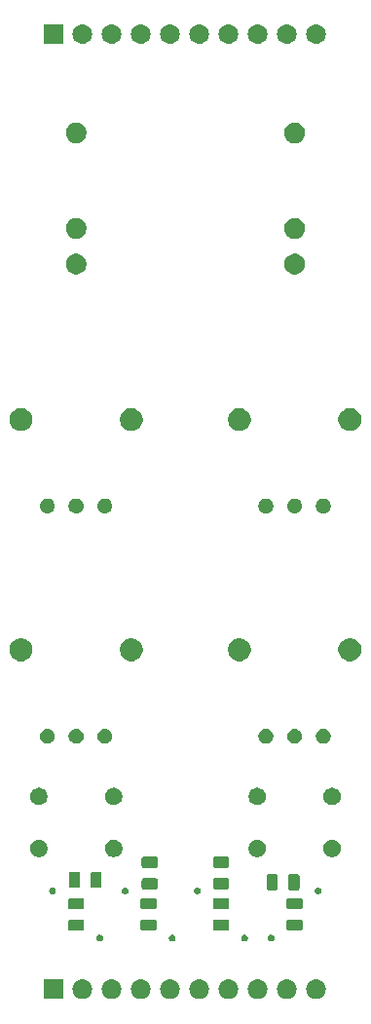
<source format=gbr>
G04 #@! TF.GenerationSoftware,KiCad,Pcbnew,5.0.2+dfsg1-1~bpo9+1*
G04 #@! TF.CreationDate,2019-05-23T15:11:14-07:00*
G04 #@! TF.ProjectId,HW,48572e6b-6963-4616-945f-706362585858,rev?*
G04 #@! TF.SameCoordinates,Original*
G04 #@! TF.FileFunction,Soldermask,Top*
G04 #@! TF.FilePolarity,Negative*
%FSLAX46Y46*%
G04 Gerber Fmt 4.6, Leading zero omitted, Abs format (unit mm)*
G04 Created by KiCad (PCBNEW 5.0.2+dfsg1-1~bpo9+1) date Thu 23 May 2019 03:11:14 PM PDT*
%MOMM*%
%LPD*%
G01*
G04 APERTURE LIST*
%ADD10C,0.100000*%
G04 APERTURE END LIST*
D10*
G36*
X138026630Y-145662299D02*
X138186855Y-145710903D01*
X138334520Y-145789831D01*
X138463949Y-145896051D01*
X138570169Y-146025480D01*
X138649097Y-146173145D01*
X138697701Y-146333370D01*
X138714112Y-146500000D01*
X138697701Y-146666630D01*
X138649097Y-146826855D01*
X138570169Y-146974520D01*
X138463949Y-147103949D01*
X138334520Y-147210169D01*
X138186855Y-147289097D01*
X138026630Y-147337701D01*
X137901752Y-147350000D01*
X137818248Y-147350000D01*
X137693370Y-147337701D01*
X137533145Y-147289097D01*
X137385480Y-147210169D01*
X137256051Y-147103949D01*
X137149831Y-146974520D01*
X137070903Y-146826855D01*
X137022299Y-146666630D01*
X137005888Y-146500000D01*
X137022299Y-146333370D01*
X137070903Y-146173145D01*
X137149831Y-146025480D01*
X137256051Y-145896051D01*
X137385480Y-145789831D01*
X137533145Y-145710903D01*
X137693370Y-145662299D01*
X137818248Y-145650000D01*
X137901752Y-145650000D01*
X138026630Y-145662299D01*
X138026630Y-145662299D01*
G37*
G36*
X120246630Y-145662299D02*
X120406855Y-145710903D01*
X120554520Y-145789831D01*
X120683949Y-145896051D01*
X120790169Y-146025480D01*
X120869097Y-146173145D01*
X120917701Y-146333370D01*
X120934112Y-146500000D01*
X120917701Y-146666630D01*
X120869097Y-146826855D01*
X120790169Y-146974520D01*
X120683949Y-147103949D01*
X120554520Y-147210169D01*
X120406855Y-147289097D01*
X120246630Y-147337701D01*
X120121752Y-147350000D01*
X120038248Y-147350000D01*
X119913370Y-147337701D01*
X119753145Y-147289097D01*
X119605480Y-147210169D01*
X119476051Y-147103949D01*
X119369831Y-146974520D01*
X119290903Y-146826855D01*
X119242299Y-146666630D01*
X119225888Y-146500000D01*
X119242299Y-146333370D01*
X119290903Y-146173145D01*
X119369831Y-146025480D01*
X119476051Y-145896051D01*
X119605480Y-145789831D01*
X119753145Y-145710903D01*
X119913370Y-145662299D01*
X120038248Y-145650000D01*
X120121752Y-145650000D01*
X120246630Y-145662299D01*
X120246630Y-145662299D01*
G37*
G36*
X115850000Y-147350000D02*
X114150000Y-147350000D01*
X114150000Y-145650000D01*
X115850000Y-145650000D01*
X115850000Y-147350000D01*
X115850000Y-147350000D01*
G37*
G36*
X117706630Y-145662299D02*
X117866855Y-145710903D01*
X118014520Y-145789831D01*
X118143949Y-145896051D01*
X118250169Y-146025480D01*
X118329097Y-146173145D01*
X118377701Y-146333370D01*
X118394112Y-146500000D01*
X118377701Y-146666630D01*
X118329097Y-146826855D01*
X118250169Y-146974520D01*
X118143949Y-147103949D01*
X118014520Y-147210169D01*
X117866855Y-147289097D01*
X117706630Y-147337701D01*
X117581752Y-147350000D01*
X117498248Y-147350000D01*
X117373370Y-147337701D01*
X117213145Y-147289097D01*
X117065480Y-147210169D01*
X116936051Y-147103949D01*
X116829831Y-146974520D01*
X116750903Y-146826855D01*
X116702299Y-146666630D01*
X116685888Y-146500000D01*
X116702299Y-146333370D01*
X116750903Y-146173145D01*
X116829831Y-146025480D01*
X116936051Y-145896051D01*
X117065480Y-145789831D01*
X117213145Y-145710903D01*
X117373370Y-145662299D01*
X117498248Y-145650000D01*
X117581752Y-145650000D01*
X117706630Y-145662299D01*
X117706630Y-145662299D01*
G37*
G36*
X122786630Y-145662299D02*
X122946855Y-145710903D01*
X123094520Y-145789831D01*
X123223949Y-145896051D01*
X123330169Y-146025480D01*
X123409097Y-146173145D01*
X123457701Y-146333370D01*
X123474112Y-146500000D01*
X123457701Y-146666630D01*
X123409097Y-146826855D01*
X123330169Y-146974520D01*
X123223949Y-147103949D01*
X123094520Y-147210169D01*
X122946855Y-147289097D01*
X122786630Y-147337701D01*
X122661752Y-147350000D01*
X122578248Y-147350000D01*
X122453370Y-147337701D01*
X122293145Y-147289097D01*
X122145480Y-147210169D01*
X122016051Y-147103949D01*
X121909831Y-146974520D01*
X121830903Y-146826855D01*
X121782299Y-146666630D01*
X121765888Y-146500000D01*
X121782299Y-146333370D01*
X121830903Y-146173145D01*
X121909831Y-146025480D01*
X122016051Y-145896051D01*
X122145480Y-145789831D01*
X122293145Y-145710903D01*
X122453370Y-145662299D01*
X122578248Y-145650000D01*
X122661752Y-145650000D01*
X122786630Y-145662299D01*
X122786630Y-145662299D01*
G37*
G36*
X125326630Y-145662299D02*
X125486855Y-145710903D01*
X125634520Y-145789831D01*
X125763949Y-145896051D01*
X125870169Y-146025480D01*
X125949097Y-146173145D01*
X125997701Y-146333370D01*
X126014112Y-146500000D01*
X125997701Y-146666630D01*
X125949097Y-146826855D01*
X125870169Y-146974520D01*
X125763949Y-147103949D01*
X125634520Y-147210169D01*
X125486855Y-147289097D01*
X125326630Y-147337701D01*
X125201752Y-147350000D01*
X125118248Y-147350000D01*
X124993370Y-147337701D01*
X124833145Y-147289097D01*
X124685480Y-147210169D01*
X124556051Y-147103949D01*
X124449831Y-146974520D01*
X124370903Y-146826855D01*
X124322299Y-146666630D01*
X124305888Y-146500000D01*
X124322299Y-146333370D01*
X124370903Y-146173145D01*
X124449831Y-146025480D01*
X124556051Y-145896051D01*
X124685480Y-145789831D01*
X124833145Y-145710903D01*
X124993370Y-145662299D01*
X125118248Y-145650000D01*
X125201752Y-145650000D01*
X125326630Y-145662299D01*
X125326630Y-145662299D01*
G37*
G36*
X130406630Y-145662299D02*
X130566855Y-145710903D01*
X130714520Y-145789831D01*
X130843949Y-145896051D01*
X130950169Y-146025480D01*
X131029097Y-146173145D01*
X131077701Y-146333370D01*
X131094112Y-146500000D01*
X131077701Y-146666630D01*
X131029097Y-146826855D01*
X130950169Y-146974520D01*
X130843949Y-147103949D01*
X130714520Y-147210169D01*
X130566855Y-147289097D01*
X130406630Y-147337701D01*
X130281752Y-147350000D01*
X130198248Y-147350000D01*
X130073370Y-147337701D01*
X129913145Y-147289097D01*
X129765480Y-147210169D01*
X129636051Y-147103949D01*
X129529831Y-146974520D01*
X129450903Y-146826855D01*
X129402299Y-146666630D01*
X129385888Y-146500000D01*
X129402299Y-146333370D01*
X129450903Y-146173145D01*
X129529831Y-146025480D01*
X129636051Y-145896051D01*
X129765480Y-145789831D01*
X129913145Y-145710903D01*
X130073370Y-145662299D01*
X130198248Y-145650000D01*
X130281752Y-145650000D01*
X130406630Y-145662299D01*
X130406630Y-145662299D01*
G37*
G36*
X127866630Y-145662299D02*
X128026855Y-145710903D01*
X128174520Y-145789831D01*
X128303949Y-145896051D01*
X128410169Y-146025480D01*
X128489097Y-146173145D01*
X128537701Y-146333370D01*
X128554112Y-146500000D01*
X128537701Y-146666630D01*
X128489097Y-146826855D01*
X128410169Y-146974520D01*
X128303949Y-147103949D01*
X128174520Y-147210169D01*
X128026855Y-147289097D01*
X127866630Y-147337701D01*
X127741752Y-147350000D01*
X127658248Y-147350000D01*
X127533370Y-147337701D01*
X127373145Y-147289097D01*
X127225480Y-147210169D01*
X127096051Y-147103949D01*
X126989831Y-146974520D01*
X126910903Y-146826855D01*
X126862299Y-146666630D01*
X126845888Y-146500000D01*
X126862299Y-146333370D01*
X126910903Y-146173145D01*
X126989831Y-146025480D01*
X127096051Y-145896051D01*
X127225480Y-145789831D01*
X127373145Y-145710903D01*
X127533370Y-145662299D01*
X127658248Y-145650000D01*
X127741752Y-145650000D01*
X127866630Y-145662299D01*
X127866630Y-145662299D01*
G37*
G36*
X135486630Y-145662299D02*
X135646855Y-145710903D01*
X135794520Y-145789831D01*
X135923949Y-145896051D01*
X136030169Y-146025480D01*
X136109097Y-146173145D01*
X136157701Y-146333370D01*
X136174112Y-146500000D01*
X136157701Y-146666630D01*
X136109097Y-146826855D01*
X136030169Y-146974520D01*
X135923949Y-147103949D01*
X135794520Y-147210169D01*
X135646855Y-147289097D01*
X135486630Y-147337701D01*
X135361752Y-147350000D01*
X135278248Y-147350000D01*
X135153370Y-147337701D01*
X134993145Y-147289097D01*
X134845480Y-147210169D01*
X134716051Y-147103949D01*
X134609831Y-146974520D01*
X134530903Y-146826855D01*
X134482299Y-146666630D01*
X134465888Y-146500000D01*
X134482299Y-146333370D01*
X134530903Y-146173145D01*
X134609831Y-146025480D01*
X134716051Y-145896051D01*
X134845480Y-145789831D01*
X134993145Y-145710903D01*
X135153370Y-145662299D01*
X135278248Y-145650000D01*
X135361752Y-145650000D01*
X135486630Y-145662299D01*
X135486630Y-145662299D01*
G37*
G36*
X132946630Y-145662299D02*
X133106855Y-145710903D01*
X133254520Y-145789831D01*
X133383949Y-145896051D01*
X133490169Y-146025480D01*
X133569097Y-146173145D01*
X133617701Y-146333370D01*
X133634112Y-146500000D01*
X133617701Y-146666630D01*
X133569097Y-146826855D01*
X133490169Y-146974520D01*
X133383949Y-147103949D01*
X133254520Y-147210169D01*
X133106855Y-147289097D01*
X132946630Y-147337701D01*
X132821752Y-147350000D01*
X132738248Y-147350000D01*
X132613370Y-147337701D01*
X132453145Y-147289097D01*
X132305480Y-147210169D01*
X132176051Y-147103949D01*
X132069831Y-146974520D01*
X131990903Y-146826855D01*
X131942299Y-146666630D01*
X131925888Y-146500000D01*
X131942299Y-146333370D01*
X131990903Y-146173145D01*
X132069831Y-146025480D01*
X132176051Y-145896051D01*
X132305480Y-145789831D01*
X132453145Y-145710903D01*
X132613370Y-145662299D01*
X132738248Y-145650000D01*
X132821752Y-145650000D01*
X132946630Y-145662299D01*
X132946630Y-145662299D01*
G37*
G36*
X125437507Y-141761528D02*
X125492103Y-141784143D01*
X125541239Y-141816974D01*
X125583026Y-141858761D01*
X125615857Y-141907897D01*
X125638472Y-141962493D01*
X125650000Y-142020453D01*
X125650000Y-142079547D01*
X125638472Y-142137507D01*
X125615857Y-142192103D01*
X125583026Y-142241239D01*
X125541239Y-142283026D01*
X125492103Y-142315857D01*
X125437507Y-142338472D01*
X125379547Y-142350000D01*
X125320453Y-142350000D01*
X125262493Y-142338472D01*
X125207897Y-142315857D01*
X125158761Y-142283026D01*
X125116974Y-142241239D01*
X125084143Y-142192103D01*
X125061528Y-142137507D01*
X125050000Y-142079547D01*
X125050000Y-142020453D01*
X125061528Y-141962493D01*
X125084143Y-141907897D01*
X125116974Y-141858761D01*
X125158761Y-141816974D01*
X125207897Y-141784143D01*
X125262493Y-141761528D01*
X125320453Y-141750000D01*
X125379547Y-141750000D01*
X125437507Y-141761528D01*
X125437507Y-141761528D01*
G37*
G36*
X134037507Y-141761528D02*
X134092103Y-141784143D01*
X134141239Y-141816974D01*
X134183026Y-141858761D01*
X134215857Y-141907897D01*
X134238472Y-141962493D01*
X134250000Y-142020453D01*
X134250000Y-142079547D01*
X134238472Y-142137507D01*
X134215857Y-142192103D01*
X134183026Y-142241239D01*
X134141239Y-142283026D01*
X134092103Y-142315857D01*
X134037507Y-142338472D01*
X133979547Y-142350000D01*
X133920453Y-142350000D01*
X133862493Y-142338472D01*
X133807897Y-142315857D01*
X133758761Y-142283026D01*
X133716974Y-142241239D01*
X133684143Y-142192103D01*
X133661528Y-142137507D01*
X133650000Y-142079547D01*
X133650000Y-142020453D01*
X133661528Y-141962493D01*
X133684143Y-141907897D01*
X133716974Y-141858761D01*
X133758761Y-141816974D01*
X133807897Y-141784143D01*
X133862493Y-141761528D01*
X133920453Y-141750000D01*
X133979547Y-141750000D01*
X134037507Y-141761528D01*
X134037507Y-141761528D01*
G37*
G36*
X119137507Y-141761528D02*
X119192103Y-141784143D01*
X119241239Y-141816974D01*
X119283026Y-141858761D01*
X119315857Y-141907897D01*
X119338472Y-141962493D01*
X119350000Y-142020453D01*
X119350000Y-142079547D01*
X119338472Y-142137507D01*
X119315857Y-142192103D01*
X119283026Y-142241239D01*
X119241239Y-142283026D01*
X119192103Y-142315857D01*
X119137507Y-142338472D01*
X119079547Y-142350000D01*
X119020453Y-142350000D01*
X118962493Y-142338472D01*
X118907897Y-142315857D01*
X118858761Y-142283026D01*
X118816974Y-142241239D01*
X118784143Y-142192103D01*
X118761528Y-142137507D01*
X118750000Y-142079547D01*
X118750000Y-142020453D01*
X118761528Y-141962493D01*
X118784143Y-141907897D01*
X118816974Y-141858761D01*
X118858761Y-141816974D01*
X118907897Y-141784143D01*
X118962493Y-141761528D01*
X119020453Y-141750000D01*
X119079547Y-141750000D01*
X119137507Y-141761528D01*
X119137507Y-141761528D01*
G37*
G36*
X131737507Y-141761528D02*
X131792103Y-141784143D01*
X131841239Y-141816974D01*
X131883026Y-141858761D01*
X131915857Y-141907897D01*
X131938472Y-141962493D01*
X131950000Y-142020453D01*
X131950000Y-142079547D01*
X131938472Y-142137507D01*
X131915857Y-142192103D01*
X131883026Y-142241239D01*
X131841239Y-142283026D01*
X131792103Y-142315857D01*
X131737507Y-142338472D01*
X131679547Y-142350000D01*
X131620453Y-142350000D01*
X131562493Y-142338472D01*
X131507897Y-142315857D01*
X131458761Y-142283026D01*
X131416974Y-142241239D01*
X131384143Y-142192103D01*
X131361528Y-142137507D01*
X131350000Y-142079547D01*
X131350000Y-142020453D01*
X131361528Y-141962493D01*
X131384143Y-141907897D01*
X131416974Y-141858761D01*
X131458761Y-141816974D01*
X131507897Y-141784143D01*
X131562493Y-141761528D01*
X131620453Y-141750000D01*
X131679547Y-141750000D01*
X131737507Y-141761528D01*
X131737507Y-141761528D01*
G37*
G36*
X136553992Y-140454076D02*
X136587883Y-140464357D01*
X136619111Y-140481048D01*
X136646485Y-140503515D01*
X136668952Y-140530889D01*
X136685643Y-140562117D01*
X136695924Y-140596008D01*
X136700000Y-140637391D01*
X136700000Y-141237609D01*
X136695924Y-141278992D01*
X136685643Y-141312883D01*
X136668952Y-141344111D01*
X136646485Y-141371485D01*
X136619111Y-141393952D01*
X136587883Y-141410643D01*
X136553992Y-141420924D01*
X136512609Y-141425000D01*
X135487391Y-141425000D01*
X135446008Y-141420924D01*
X135412117Y-141410643D01*
X135380889Y-141393952D01*
X135353515Y-141371485D01*
X135331048Y-141344111D01*
X135314357Y-141312883D01*
X135304076Y-141278992D01*
X135300000Y-141237609D01*
X135300000Y-140637391D01*
X135304076Y-140596008D01*
X135314357Y-140562117D01*
X135331048Y-140530889D01*
X135353515Y-140503515D01*
X135380889Y-140481048D01*
X135412117Y-140464357D01*
X135446008Y-140454076D01*
X135487391Y-140450000D01*
X136512609Y-140450000D01*
X136553992Y-140454076D01*
X136553992Y-140454076D01*
G37*
G36*
X117553992Y-140454076D02*
X117587883Y-140464357D01*
X117619111Y-140481048D01*
X117646485Y-140503515D01*
X117668952Y-140530889D01*
X117685643Y-140562117D01*
X117695924Y-140596008D01*
X117700000Y-140637391D01*
X117700000Y-141237609D01*
X117695924Y-141278992D01*
X117685643Y-141312883D01*
X117668952Y-141344111D01*
X117646485Y-141371485D01*
X117619111Y-141393952D01*
X117587883Y-141410643D01*
X117553992Y-141420924D01*
X117512609Y-141425000D01*
X116487391Y-141425000D01*
X116446008Y-141420924D01*
X116412117Y-141410643D01*
X116380889Y-141393952D01*
X116353515Y-141371485D01*
X116331048Y-141344111D01*
X116314357Y-141312883D01*
X116304076Y-141278992D01*
X116300000Y-141237609D01*
X116300000Y-140637391D01*
X116304076Y-140596008D01*
X116314357Y-140562117D01*
X116331048Y-140530889D01*
X116353515Y-140503515D01*
X116380889Y-140481048D01*
X116412117Y-140464357D01*
X116446008Y-140454076D01*
X116487391Y-140450000D01*
X117512609Y-140450000D01*
X117553992Y-140454076D01*
X117553992Y-140454076D01*
G37*
G36*
X130153992Y-140454076D02*
X130187883Y-140464357D01*
X130219111Y-140481048D01*
X130246485Y-140503515D01*
X130268952Y-140530889D01*
X130285643Y-140562117D01*
X130295924Y-140596008D01*
X130300000Y-140637391D01*
X130300000Y-141237609D01*
X130295924Y-141278992D01*
X130285643Y-141312883D01*
X130268952Y-141344111D01*
X130246485Y-141371485D01*
X130219111Y-141393952D01*
X130187883Y-141410643D01*
X130153992Y-141420924D01*
X130112609Y-141425000D01*
X129087391Y-141425000D01*
X129046008Y-141420924D01*
X129012117Y-141410643D01*
X128980889Y-141393952D01*
X128953515Y-141371485D01*
X128931048Y-141344111D01*
X128914357Y-141312883D01*
X128904076Y-141278992D01*
X128900000Y-141237609D01*
X128900000Y-140637391D01*
X128904076Y-140596008D01*
X128914357Y-140562117D01*
X128931048Y-140530889D01*
X128953515Y-140503515D01*
X128980889Y-140481048D01*
X129012117Y-140464357D01*
X129046008Y-140454076D01*
X129087391Y-140450000D01*
X130112609Y-140450000D01*
X130153992Y-140454076D01*
X130153992Y-140454076D01*
G37*
G36*
X123853992Y-140454076D02*
X123887883Y-140464357D01*
X123919111Y-140481048D01*
X123946485Y-140503515D01*
X123968952Y-140530889D01*
X123985643Y-140562117D01*
X123995924Y-140596008D01*
X124000000Y-140637391D01*
X124000000Y-141237609D01*
X123995924Y-141278992D01*
X123985643Y-141312883D01*
X123968952Y-141344111D01*
X123946485Y-141371485D01*
X123919111Y-141393952D01*
X123887883Y-141410643D01*
X123853992Y-141420924D01*
X123812609Y-141425000D01*
X122787391Y-141425000D01*
X122746008Y-141420924D01*
X122712117Y-141410643D01*
X122680889Y-141393952D01*
X122653515Y-141371485D01*
X122631048Y-141344111D01*
X122614357Y-141312883D01*
X122604076Y-141278992D01*
X122600000Y-141237609D01*
X122600000Y-140637391D01*
X122604076Y-140596008D01*
X122614357Y-140562117D01*
X122631048Y-140530889D01*
X122653515Y-140503515D01*
X122680889Y-140481048D01*
X122712117Y-140464357D01*
X122746008Y-140454076D01*
X122787391Y-140450000D01*
X123812609Y-140450000D01*
X123853992Y-140454076D01*
X123853992Y-140454076D01*
G37*
G36*
X123853992Y-138579076D02*
X123887883Y-138589357D01*
X123919111Y-138606048D01*
X123946485Y-138628515D01*
X123968952Y-138655889D01*
X123985643Y-138687117D01*
X123995924Y-138721008D01*
X124000000Y-138762391D01*
X124000000Y-139362609D01*
X123995924Y-139403992D01*
X123985643Y-139437883D01*
X123968952Y-139469111D01*
X123946485Y-139496485D01*
X123919111Y-139518952D01*
X123887883Y-139535643D01*
X123853992Y-139545924D01*
X123812609Y-139550000D01*
X122787391Y-139550000D01*
X122746008Y-139545924D01*
X122712117Y-139535643D01*
X122680889Y-139518952D01*
X122653515Y-139496485D01*
X122631048Y-139469111D01*
X122614357Y-139437883D01*
X122604076Y-139403992D01*
X122600000Y-139362609D01*
X122600000Y-138762391D01*
X122604076Y-138721008D01*
X122614357Y-138687117D01*
X122631048Y-138655889D01*
X122653515Y-138628515D01*
X122680889Y-138606048D01*
X122712117Y-138589357D01*
X122746008Y-138579076D01*
X122787391Y-138575000D01*
X123812609Y-138575000D01*
X123853992Y-138579076D01*
X123853992Y-138579076D01*
G37*
G36*
X136553992Y-138579076D02*
X136587883Y-138589357D01*
X136619111Y-138606048D01*
X136646485Y-138628515D01*
X136668952Y-138655889D01*
X136685643Y-138687117D01*
X136695924Y-138721008D01*
X136700000Y-138762391D01*
X136700000Y-139362609D01*
X136695924Y-139403992D01*
X136685643Y-139437883D01*
X136668952Y-139469111D01*
X136646485Y-139496485D01*
X136619111Y-139518952D01*
X136587883Y-139535643D01*
X136553992Y-139545924D01*
X136512609Y-139550000D01*
X135487391Y-139550000D01*
X135446008Y-139545924D01*
X135412117Y-139535643D01*
X135380889Y-139518952D01*
X135353515Y-139496485D01*
X135331048Y-139469111D01*
X135314357Y-139437883D01*
X135304076Y-139403992D01*
X135300000Y-139362609D01*
X135300000Y-138762391D01*
X135304076Y-138721008D01*
X135314357Y-138687117D01*
X135331048Y-138655889D01*
X135353515Y-138628515D01*
X135380889Y-138606048D01*
X135412117Y-138589357D01*
X135446008Y-138579076D01*
X135487391Y-138575000D01*
X136512609Y-138575000D01*
X136553992Y-138579076D01*
X136553992Y-138579076D01*
G37*
G36*
X130153992Y-138579076D02*
X130187883Y-138589357D01*
X130219111Y-138606048D01*
X130246485Y-138628515D01*
X130268952Y-138655889D01*
X130285643Y-138687117D01*
X130295924Y-138721008D01*
X130300000Y-138762391D01*
X130300000Y-139362609D01*
X130295924Y-139403992D01*
X130285643Y-139437883D01*
X130268952Y-139469111D01*
X130246485Y-139496485D01*
X130219111Y-139518952D01*
X130187883Y-139535643D01*
X130153992Y-139545924D01*
X130112609Y-139550000D01*
X129087391Y-139550000D01*
X129046008Y-139545924D01*
X129012117Y-139535643D01*
X128980889Y-139518952D01*
X128953515Y-139496485D01*
X128931048Y-139469111D01*
X128914357Y-139437883D01*
X128904076Y-139403992D01*
X128900000Y-139362609D01*
X128900000Y-138762391D01*
X128904076Y-138721008D01*
X128914357Y-138687117D01*
X128931048Y-138655889D01*
X128953515Y-138628515D01*
X128980889Y-138606048D01*
X129012117Y-138589357D01*
X129046008Y-138579076D01*
X129087391Y-138575000D01*
X130112609Y-138575000D01*
X130153992Y-138579076D01*
X130153992Y-138579076D01*
G37*
G36*
X117553992Y-138579076D02*
X117587883Y-138589357D01*
X117619111Y-138606048D01*
X117646485Y-138628515D01*
X117668952Y-138655889D01*
X117685643Y-138687117D01*
X117695924Y-138721008D01*
X117700000Y-138762391D01*
X117700000Y-139362609D01*
X117695924Y-139403992D01*
X117685643Y-139437883D01*
X117668952Y-139469111D01*
X117646485Y-139496485D01*
X117619111Y-139518952D01*
X117587883Y-139535643D01*
X117553992Y-139545924D01*
X117512609Y-139550000D01*
X116487391Y-139550000D01*
X116446008Y-139545924D01*
X116412117Y-139535643D01*
X116380889Y-139518952D01*
X116353515Y-139496485D01*
X116331048Y-139469111D01*
X116314357Y-139437883D01*
X116304076Y-139403992D01*
X116300000Y-139362609D01*
X116300000Y-138762391D01*
X116304076Y-138721008D01*
X116314357Y-138687117D01*
X116331048Y-138655889D01*
X116353515Y-138628515D01*
X116380889Y-138606048D01*
X116412117Y-138589357D01*
X116446008Y-138579076D01*
X116487391Y-138575000D01*
X117512609Y-138575000D01*
X117553992Y-138579076D01*
X117553992Y-138579076D01*
G37*
G36*
X121337507Y-137661528D02*
X121392103Y-137684143D01*
X121441239Y-137716974D01*
X121483026Y-137758761D01*
X121515857Y-137807897D01*
X121538472Y-137862493D01*
X121550000Y-137920453D01*
X121550000Y-137979547D01*
X121538472Y-138037507D01*
X121515857Y-138092103D01*
X121483026Y-138141239D01*
X121441239Y-138183026D01*
X121392103Y-138215857D01*
X121337507Y-138238472D01*
X121279547Y-138250000D01*
X121220453Y-138250000D01*
X121162493Y-138238472D01*
X121107897Y-138215857D01*
X121058761Y-138183026D01*
X121016974Y-138141239D01*
X120984143Y-138092103D01*
X120961528Y-138037507D01*
X120950000Y-137979547D01*
X120950000Y-137920453D01*
X120961528Y-137862493D01*
X120984143Y-137807897D01*
X121016974Y-137758761D01*
X121058761Y-137716974D01*
X121107897Y-137684143D01*
X121162493Y-137661528D01*
X121220453Y-137650000D01*
X121279547Y-137650000D01*
X121337507Y-137661528D01*
X121337507Y-137661528D01*
G37*
G36*
X115037507Y-137661528D02*
X115092103Y-137684143D01*
X115141239Y-137716974D01*
X115183026Y-137758761D01*
X115215857Y-137807897D01*
X115238472Y-137862493D01*
X115250000Y-137920453D01*
X115250000Y-137979547D01*
X115238472Y-138037507D01*
X115215857Y-138092103D01*
X115183026Y-138141239D01*
X115141239Y-138183026D01*
X115092103Y-138215857D01*
X115037507Y-138238472D01*
X114979547Y-138250000D01*
X114920453Y-138250000D01*
X114862493Y-138238472D01*
X114807897Y-138215857D01*
X114758761Y-138183026D01*
X114716974Y-138141239D01*
X114684143Y-138092103D01*
X114661528Y-138037507D01*
X114650000Y-137979547D01*
X114650000Y-137920453D01*
X114661528Y-137862493D01*
X114684143Y-137807897D01*
X114716974Y-137758761D01*
X114758761Y-137716974D01*
X114807897Y-137684143D01*
X114862493Y-137661528D01*
X114920453Y-137650000D01*
X114979547Y-137650000D01*
X115037507Y-137661528D01*
X115037507Y-137661528D01*
G37*
G36*
X138137507Y-137661528D02*
X138192103Y-137684143D01*
X138241239Y-137716974D01*
X138283026Y-137758761D01*
X138315857Y-137807897D01*
X138338472Y-137862493D01*
X138350000Y-137920453D01*
X138350000Y-137979547D01*
X138338472Y-138037507D01*
X138315857Y-138092103D01*
X138283026Y-138141239D01*
X138241239Y-138183026D01*
X138192103Y-138215857D01*
X138137507Y-138238472D01*
X138079547Y-138250000D01*
X138020453Y-138250000D01*
X137962493Y-138238472D01*
X137907897Y-138215857D01*
X137858761Y-138183026D01*
X137816974Y-138141239D01*
X137784143Y-138092103D01*
X137761528Y-138037507D01*
X137750000Y-137979547D01*
X137750000Y-137920453D01*
X137761528Y-137862493D01*
X137784143Y-137807897D01*
X137816974Y-137758761D01*
X137858761Y-137716974D01*
X137907897Y-137684143D01*
X137962493Y-137661528D01*
X138020453Y-137650000D01*
X138079547Y-137650000D01*
X138137507Y-137661528D01*
X138137507Y-137661528D01*
G37*
G36*
X127637507Y-137661528D02*
X127692103Y-137684143D01*
X127741239Y-137716974D01*
X127783026Y-137758761D01*
X127815857Y-137807897D01*
X127838472Y-137862493D01*
X127850000Y-137920453D01*
X127850000Y-137979547D01*
X127838472Y-138037507D01*
X127815857Y-138092103D01*
X127783026Y-138141239D01*
X127741239Y-138183026D01*
X127692103Y-138215857D01*
X127637507Y-138238472D01*
X127579547Y-138250000D01*
X127520453Y-138250000D01*
X127462493Y-138238472D01*
X127407897Y-138215857D01*
X127358761Y-138183026D01*
X127316974Y-138141239D01*
X127284143Y-138092103D01*
X127261528Y-138037507D01*
X127250000Y-137979547D01*
X127250000Y-137920453D01*
X127261528Y-137862493D01*
X127284143Y-137807897D01*
X127316974Y-137758761D01*
X127358761Y-137716974D01*
X127407897Y-137684143D01*
X127462493Y-137661528D01*
X127520453Y-137650000D01*
X127579547Y-137650000D01*
X127637507Y-137661528D01*
X127637507Y-137661528D01*
G37*
G36*
X136278992Y-136504076D02*
X136312883Y-136514357D01*
X136344111Y-136531048D01*
X136371485Y-136553515D01*
X136393952Y-136580889D01*
X136410643Y-136612117D01*
X136420924Y-136646008D01*
X136425000Y-136687391D01*
X136425000Y-137712609D01*
X136420924Y-137753992D01*
X136410643Y-137787883D01*
X136393952Y-137819111D01*
X136371485Y-137846485D01*
X136344111Y-137868952D01*
X136312883Y-137885643D01*
X136278992Y-137895924D01*
X136237609Y-137900000D01*
X135637391Y-137900000D01*
X135596008Y-137895924D01*
X135562117Y-137885643D01*
X135530889Y-137868952D01*
X135503515Y-137846485D01*
X135481048Y-137819111D01*
X135464357Y-137787883D01*
X135454076Y-137753992D01*
X135450000Y-137712609D01*
X135450000Y-136687391D01*
X135454076Y-136646008D01*
X135464357Y-136612117D01*
X135481048Y-136580889D01*
X135503515Y-136553515D01*
X135530889Y-136531048D01*
X135562117Y-136514357D01*
X135596008Y-136504076D01*
X135637391Y-136500000D01*
X136237609Y-136500000D01*
X136278992Y-136504076D01*
X136278992Y-136504076D01*
G37*
G36*
X134403992Y-136504076D02*
X134437883Y-136514357D01*
X134469111Y-136531048D01*
X134496485Y-136553515D01*
X134518952Y-136580889D01*
X134535643Y-136612117D01*
X134545924Y-136646008D01*
X134550000Y-136687391D01*
X134550000Y-137712609D01*
X134545924Y-137753992D01*
X134535643Y-137787883D01*
X134518952Y-137819111D01*
X134496485Y-137846485D01*
X134469111Y-137868952D01*
X134437883Y-137885643D01*
X134403992Y-137895924D01*
X134362609Y-137900000D01*
X133762391Y-137900000D01*
X133721008Y-137895924D01*
X133687117Y-137885643D01*
X133655889Y-137868952D01*
X133628515Y-137846485D01*
X133606048Y-137819111D01*
X133589357Y-137787883D01*
X133579076Y-137753992D01*
X133575000Y-137712609D01*
X133575000Y-136687391D01*
X133579076Y-136646008D01*
X133589357Y-136612117D01*
X133606048Y-136580889D01*
X133628515Y-136553515D01*
X133655889Y-136531048D01*
X133687117Y-136514357D01*
X133721008Y-136504076D01*
X133762391Y-136500000D01*
X134362609Y-136500000D01*
X134403992Y-136504076D01*
X134403992Y-136504076D01*
G37*
G36*
X123953992Y-136854076D02*
X123987883Y-136864357D01*
X124019111Y-136881048D01*
X124046485Y-136903515D01*
X124068952Y-136930889D01*
X124085643Y-136962117D01*
X124095924Y-136996008D01*
X124100000Y-137037391D01*
X124100000Y-137637609D01*
X124095924Y-137678992D01*
X124085643Y-137712883D01*
X124068952Y-137744111D01*
X124046485Y-137771485D01*
X124019111Y-137793952D01*
X123987883Y-137810643D01*
X123953992Y-137820924D01*
X123912609Y-137825000D01*
X122887391Y-137825000D01*
X122846008Y-137820924D01*
X122812117Y-137810643D01*
X122780889Y-137793952D01*
X122753515Y-137771485D01*
X122731048Y-137744111D01*
X122714357Y-137712883D01*
X122704076Y-137678992D01*
X122700000Y-137637609D01*
X122700000Y-137037391D01*
X122704076Y-136996008D01*
X122714357Y-136962117D01*
X122731048Y-136930889D01*
X122753515Y-136903515D01*
X122780889Y-136881048D01*
X122812117Y-136864357D01*
X122846008Y-136854076D01*
X122887391Y-136850000D01*
X123912609Y-136850000D01*
X123953992Y-136854076D01*
X123953992Y-136854076D01*
G37*
G36*
X130153992Y-136854076D02*
X130187883Y-136864357D01*
X130219111Y-136881048D01*
X130246485Y-136903515D01*
X130268952Y-136930889D01*
X130285643Y-136962117D01*
X130295924Y-136996008D01*
X130300000Y-137037391D01*
X130300000Y-137637609D01*
X130295924Y-137678992D01*
X130285643Y-137712883D01*
X130268952Y-137744111D01*
X130246485Y-137771485D01*
X130219111Y-137793952D01*
X130187883Y-137810643D01*
X130153992Y-137820924D01*
X130112609Y-137825000D01*
X129087391Y-137825000D01*
X129046008Y-137820924D01*
X129012117Y-137810643D01*
X128980889Y-137793952D01*
X128953515Y-137771485D01*
X128931048Y-137744111D01*
X128914357Y-137712883D01*
X128904076Y-137678992D01*
X128900000Y-137637609D01*
X128900000Y-137037391D01*
X128904076Y-136996008D01*
X128914357Y-136962117D01*
X128931048Y-136930889D01*
X128953515Y-136903515D01*
X128980889Y-136881048D01*
X129012117Y-136864357D01*
X129046008Y-136854076D01*
X129087391Y-136850000D01*
X130112609Y-136850000D01*
X130153992Y-136854076D01*
X130153992Y-136854076D01*
G37*
G36*
X117203992Y-136304076D02*
X117237883Y-136314357D01*
X117269111Y-136331048D01*
X117296485Y-136353515D01*
X117318952Y-136380889D01*
X117335643Y-136412117D01*
X117345924Y-136446008D01*
X117350000Y-136487391D01*
X117350000Y-137512609D01*
X117345924Y-137553992D01*
X117335643Y-137587883D01*
X117318952Y-137619111D01*
X117296485Y-137646485D01*
X117269111Y-137668952D01*
X117237883Y-137685643D01*
X117203992Y-137695924D01*
X117162609Y-137700000D01*
X116562391Y-137700000D01*
X116521008Y-137695924D01*
X116487117Y-137685643D01*
X116455889Y-137668952D01*
X116428515Y-137646485D01*
X116406048Y-137619111D01*
X116389357Y-137587883D01*
X116379076Y-137553992D01*
X116375000Y-137512609D01*
X116375000Y-136487391D01*
X116379076Y-136446008D01*
X116389357Y-136412117D01*
X116406048Y-136380889D01*
X116428515Y-136353515D01*
X116455889Y-136331048D01*
X116487117Y-136314357D01*
X116521008Y-136304076D01*
X116562391Y-136300000D01*
X117162609Y-136300000D01*
X117203992Y-136304076D01*
X117203992Y-136304076D01*
G37*
G36*
X119078992Y-136304076D02*
X119112883Y-136314357D01*
X119144111Y-136331048D01*
X119171485Y-136353515D01*
X119193952Y-136380889D01*
X119210643Y-136412117D01*
X119220924Y-136446008D01*
X119225000Y-136487391D01*
X119225000Y-137512609D01*
X119220924Y-137553992D01*
X119210643Y-137587883D01*
X119193952Y-137619111D01*
X119171485Y-137646485D01*
X119144111Y-137668952D01*
X119112883Y-137685643D01*
X119078992Y-137695924D01*
X119037609Y-137700000D01*
X118437391Y-137700000D01*
X118396008Y-137695924D01*
X118362117Y-137685643D01*
X118330889Y-137668952D01*
X118303515Y-137646485D01*
X118281048Y-137619111D01*
X118264357Y-137587883D01*
X118254076Y-137553992D01*
X118250000Y-137512609D01*
X118250000Y-136487391D01*
X118254076Y-136446008D01*
X118264357Y-136412117D01*
X118281048Y-136380889D01*
X118303515Y-136353515D01*
X118330889Y-136331048D01*
X118362117Y-136314357D01*
X118396008Y-136304076D01*
X118437391Y-136300000D01*
X119037609Y-136300000D01*
X119078992Y-136304076D01*
X119078992Y-136304076D01*
G37*
G36*
X123953992Y-134979076D02*
X123987883Y-134989357D01*
X124019111Y-135006048D01*
X124046485Y-135028515D01*
X124068952Y-135055889D01*
X124085643Y-135087117D01*
X124095924Y-135121008D01*
X124100000Y-135162391D01*
X124100000Y-135762609D01*
X124095924Y-135803992D01*
X124085643Y-135837883D01*
X124068952Y-135869111D01*
X124046485Y-135896485D01*
X124019111Y-135918952D01*
X123987883Y-135935643D01*
X123953992Y-135945924D01*
X123912609Y-135950000D01*
X122887391Y-135950000D01*
X122846008Y-135945924D01*
X122812117Y-135935643D01*
X122780889Y-135918952D01*
X122753515Y-135896485D01*
X122731048Y-135869111D01*
X122714357Y-135837883D01*
X122704076Y-135803992D01*
X122700000Y-135762609D01*
X122700000Y-135162391D01*
X122704076Y-135121008D01*
X122714357Y-135087117D01*
X122731048Y-135055889D01*
X122753515Y-135028515D01*
X122780889Y-135006048D01*
X122812117Y-134989357D01*
X122846008Y-134979076D01*
X122887391Y-134975000D01*
X123912609Y-134975000D01*
X123953992Y-134979076D01*
X123953992Y-134979076D01*
G37*
G36*
X130153992Y-134979076D02*
X130187883Y-134989357D01*
X130219111Y-135006048D01*
X130246485Y-135028515D01*
X130268952Y-135055889D01*
X130285643Y-135087117D01*
X130295924Y-135121008D01*
X130300000Y-135162391D01*
X130300000Y-135762609D01*
X130295924Y-135803992D01*
X130285643Y-135837883D01*
X130268952Y-135869111D01*
X130246485Y-135896485D01*
X130219111Y-135918952D01*
X130187883Y-135935643D01*
X130153992Y-135945924D01*
X130112609Y-135950000D01*
X129087391Y-135950000D01*
X129046008Y-135945924D01*
X129012117Y-135935643D01*
X128980889Y-135918952D01*
X128953515Y-135896485D01*
X128931048Y-135869111D01*
X128914357Y-135837883D01*
X128904076Y-135803992D01*
X128900000Y-135762609D01*
X128900000Y-135162391D01*
X128904076Y-135121008D01*
X128914357Y-135087117D01*
X128931048Y-135055889D01*
X128953515Y-135028515D01*
X128980889Y-135006048D01*
X129012117Y-134989357D01*
X129046008Y-134979076D01*
X129087391Y-134975000D01*
X130112609Y-134975000D01*
X130153992Y-134979076D01*
X130153992Y-134979076D01*
G37*
G36*
X120423195Y-133507522D02*
X120472267Y-133517283D01*
X120610942Y-133574724D01*
X120735750Y-133658118D01*
X120841882Y-133764250D01*
X120925276Y-133889058D01*
X120982717Y-134027734D01*
X121012000Y-134174948D01*
X121012000Y-134325052D01*
X120982717Y-134472266D01*
X120925276Y-134610942D01*
X120841882Y-134735750D01*
X120735750Y-134841882D01*
X120735747Y-134841884D01*
X120610942Y-134925276D01*
X120472267Y-134982717D01*
X120438885Y-134989357D01*
X120325052Y-135012000D01*
X120174948Y-135012000D01*
X120061115Y-134989357D01*
X120027733Y-134982717D01*
X119889058Y-134925276D01*
X119764253Y-134841884D01*
X119764250Y-134841882D01*
X119658118Y-134735750D01*
X119574724Y-134610942D01*
X119517283Y-134472266D01*
X119488000Y-134325052D01*
X119488000Y-134174948D01*
X119517283Y-134027734D01*
X119574724Y-133889058D01*
X119658118Y-133764250D01*
X119764250Y-133658118D01*
X119889058Y-133574724D01*
X120027733Y-133517283D01*
X120076805Y-133507522D01*
X120174948Y-133488000D01*
X120325052Y-133488000D01*
X120423195Y-133507522D01*
X120423195Y-133507522D01*
G37*
G36*
X113923195Y-133507522D02*
X113972267Y-133517283D01*
X114110942Y-133574724D01*
X114235750Y-133658118D01*
X114341882Y-133764250D01*
X114425276Y-133889058D01*
X114482717Y-134027734D01*
X114512000Y-134174948D01*
X114512000Y-134325052D01*
X114482717Y-134472266D01*
X114425276Y-134610942D01*
X114341882Y-134735750D01*
X114235750Y-134841882D01*
X114235747Y-134841884D01*
X114110942Y-134925276D01*
X113972267Y-134982717D01*
X113938885Y-134989357D01*
X113825052Y-135012000D01*
X113674948Y-135012000D01*
X113561115Y-134989357D01*
X113527733Y-134982717D01*
X113389058Y-134925276D01*
X113264253Y-134841884D01*
X113264250Y-134841882D01*
X113158118Y-134735750D01*
X113074724Y-134610942D01*
X113017283Y-134472266D01*
X112988000Y-134325052D01*
X112988000Y-134174948D01*
X113017283Y-134027734D01*
X113074724Y-133889058D01*
X113158118Y-133764250D01*
X113264250Y-133658118D01*
X113389058Y-133574724D01*
X113527733Y-133517283D01*
X113576805Y-133507522D01*
X113674948Y-133488000D01*
X113825052Y-133488000D01*
X113923195Y-133507522D01*
X113923195Y-133507522D01*
G37*
G36*
X139423195Y-133507522D02*
X139472267Y-133517283D01*
X139610942Y-133574724D01*
X139735750Y-133658118D01*
X139841882Y-133764250D01*
X139925276Y-133889058D01*
X139982717Y-134027734D01*
X140012000Y-134174948D01*
X140012000Y-134325052D01*
X139982717Y-134472266D01*
X139925276Y-134610942D01*
X139841882Y-134735750D01*
X139735750Y-134841882D01*
X139735747Y-134841884D01*
X139610942Y-134925276D01*
X139472267Y-134982717D01*
X139438885Y-134989357D01*
X139325052Y-135012000D01*
X139174948Y-135012000D01*
X139061115Y-134989357D01*
X139027733Y-134982717D01*
X138889058Y-134925276D01*
X138764253Y-134841884D01*
X138764250Y-134841882D01*
X138658118Y-134735750D01*
X138574724Y-134610942D01*
X138517283Y-134472266D01*
X138488000Y-134325052D01*
X138488000Y-134174948D01*
X138517283Y-134027734D01*
X138574724Y-133889058D01*
X138658118Y-133764250D01*
X138764250Y-133658118D01*
X138889058Y-133574724D01*
X139027733Y-133517283D01*
X139076805Y-133507522D01*
X139174948Y-133488000D01*
X139325052Y-133488000D01*
X139423195Y-133507522D01*
X139423195Y-133507522D01*
G37*
G36*
X132923195Y-133507522D02*
X132972267Y-133517283D01*
X133110942Y-133574724D01*
X133235750Y-133658118D01*
X133341882Y-133764250D01*
X133425276Y-133889058D01*
X133482717Y-134027734D01*
X133512000Y-134174948D01*
X133512000Y-134325052D01*
X133482717Y-134472266D01*
X133425276Y-134610942D01*
X133341882Y-134735750D01*
X133235750Y-134841882D01*
X133235747Y-134841884D01*
X133110942Y-134925276D01*
X132972267Y-134982717D01*
X132938885Y-134989357D01*
X132825052Y-135012000D01*
X132674948Y-135012000D01*
X132561115Y-134989357D01*
X132527733Y-134982717D01*
X132389058Y-134925276D01*
X132264253Y-134841884D01*
X132264250Y-134841882D01*
X132158118Y-134735750D01*
X132074724Y-134610942D01*
X132017283Y-134472266D01*
X131988000Y-134325052D01*
X131988000Y-134174948D01*
X132017283Y-134027734D01*
X132074724Y-133889058D01*
X132158118Y-133764250D01*
X132264250Y-133658118D01*
X132389058Y-133574724D01*
X132527733Y-133517283D01*
X132576805Y-133507522D01*
X132674948Y-133488000D01*
X132825052Y-133488000D01*
X132923195Y-133507522D01*
X132923195Y-133507522D01*
G37*
G36*
X120423195Y-129007522D02*
X120472267Y-129017283D01*
X120610942Y-129074724D01*
X120735750Y-129158118D01*
X120841882Y-129264250D01*
X120925276Y-129389058D01*
X120982717Y-129527734D01*
X121012000Y-129674948D01*
X121012000Y-129825052D01*
X120982717Y-129972266D01*
X120925276Y-130110942D01*
X120841882Y-130235750D01*
X120735750Y-130341882D01*
X120735747Y-130341884D01*
X120610942Y-130425276D01*
X120472267Y-130482717D01*
X120423195Y-130492478D01*
X120325052Y-130512000D01*
X120174948Y-130512000D01*
X120076805Y-130492478D01*
X120027733Y-130482717D01*
X119889058Y-130425276D01*
X119764253Y-130341884D01*
X119764250Y-130341882D01*
X119658118Y-130235750D01*
X119574724Y-130110942D01*
X119517283Y-129972266D01*
X119488000Y-129825052D01*
X119488000Y-129674948D01*
X119517283Y-129527734D01*
X119574724Y-129389058D01*
X119658118Y-129264250D01*
X119764250Y-129158118D01*
X119889058Y-129074724D01*
X120027733Y-129017283D01*
X120076805Y-129007522D01*
X120174948Y-128988000D01*
X120325052Y-128988000D01*
X120423195Y-129007522D01*
X120423195Y-129007522D01*
G37*
G36*
X139423195Y-129007522D02*
X139472267Y-129017283D01*
X139610942Y-129074724D01*
X139735750Y-129158118D01*
X139841882Y-129264250D01*
X139925276Y-129389058D01*
X139982717Y-129527734D01*
X140012000Y-129674948D01*
X140012000Y-129825052D01*
X139982717Y-129972266D01*
X139925276Y-130110942D01*
X139841882Y-130235750D01*
X139735750Y-130341882D01*
X139735747Y-130341884D01*
X139610942Y-130425276D01*
X139472267Y-130482717D01*
X139423195Y-130492478D01*
X139325052Y-130512000D01*
X139174948Y-130512000D01*
X139076805Y-130492478D01*
X139027733Y-130482717D01*
X138889058Y-130425276D01*
X138764253Y-130341884D01*
X138764250Y-130341882D01*
X138658118Y-130235750D01*
X138574724Y-130110942D01*
X138517283Y-129972266D01*
X138488000Y-129825052D01*
X138488000Y-129674948D01*
X138517283Y-129527734D01*
X138574724Y-129389058D01*
X138658118Y-129264250D01*
X138764250Y-129158118D01*
X138889058Y-129074724D01*
X139027733Y-129017283D01*
X139076805Y-129007522D01*
X139174948Y-128988000D01*
X139325052Y-128988000D01*
X139423195Y-129007522D01*
X139423195Y-129007522D01*
G37*
G36*
X132923195Y-129007522D02*
X132972267Y-129017283D01*
X133110942Y-129074724D01*
X133235750Y-129158118D01*
X133341882Y-129264250D01*
X133425276Y-129389058D01*
X133482717Y-129527734D01*
X133512000Y-129674948D01*
X133512000Y-129825052D01*
X133482717Y-129972266D01*
X133425276Y-130110942D01*
X133341882Y-130235750D01*
X133235750Y-130341882D01*
X133235747Y-130341884D01*
X133110942Y-130425276D01*
X132972267Y-130482717D01*
X132923195Y-130492478D01*
X132825052Y-130512000D01*
X132674948Y-130512000D01*
X132576805Y-130492478D01*
X132527733Y-130482717D01*
X132389058Y-130425276D01*
X132264253Y-130341884D01*
X132264250Y-130341882D01*
X132158118Y-130235750D01*
X132074724Y-130110942D01*
X132017283Y-129972266D01*
X131988000Y-129825052D01*
X131988000Y-129674948D01*
X132017283Y-129527734D01*
X132074724Y-129389058D01*
X132158118Y-129264250D01*
X132264250Y-129158118D01*
X132389058Y-129074724D01*
X132527733Y-129017283D01*
X132576805Y-129007522D01*
X132674948Y-128988000D01*
X132825052Y-128988000D01*
X132923195Y-129007522D01*
X132923195Y-129007522D01*
G37*
G36*
X113923195Y-129007522D02*
X113972267Y-129017283D01*
X114110942Y-129074724D01*
X114235750Y-129158118D01*
X114341882Y-129264250D01*
X114425276Y-129389058D01*
X114482717Y-129527734D01*
X114512000Y-129674948D01*
X114512000Y-129825052D01*
X114482717Y-129972266D01*
X114425276Y-130110942D01*
X114341882Y-130235750D01*
X114235750Y-130341882D01*
X114235747Y-130341884D01*
X114110942Y-130425276D01*
X113972267Y-130482717D01*
X113923195Y-130492478D01*
X113825052Y-130512000D01*
X113674948Y-130512000D01*
X113576805Y-130492478D01*
X113527733Y-130482717D01*
X113389058Y-130425276D01*
X113264253Y-130341884D01*
X113264250Y-130341882D01*
X113158118Y-130235750D01*
X113074724Y-130110942D01*
X113017283Y-129972266D01*
X112988000Y-129825052D01*
X112988000Y-129674948D01*
X113017283Y-129527734D01*
X113074724Y-129389058D01*
X113158118Y-129264250D01*
X113264250Y-129158118D01*
X113389058Y-129074724D01*
X113527733Y-129017283D01*
X113576805Y-129007522D01*
X113674948Y-128988000D01*
X113825052Y-128988000D01*
X113923195Y-129007522D01*
X113923195Y-129007522D01*
G37*
G36*
X136147738Y-123866653D02*
X136189598Y-123874979D01*
X136224245Y-123889330D01*
X136307890Y-123923977D01*
X136414354Y-123995114D01*
X136504886Y-124085646D01*
X136576023Y-124192110D01*
X136625021Y-124310403D01*
X136650000Y-124435979D01*
X136650000Y-124564021D01*
X136625021Y-124689597D01*
X136576023Y-124807890D01*
X136504886Y-124914354D01*
X136414354Y-125004886D01*
X136307890Y-125076023D01*
X136224245Y-125110670D01*
X136189598Y-125125021D01*
X136147738Y-125133347D01*
X136064021Y-125150000D01*
X135935979Y-125150000D01*
X135852262Y-125133347D01*
X135810402Y-125125021D01*
X135775755Y-125110670D01*
X135692110Y-125076023D01*
X135585646Y-125004886D01*
X135495114Y-124914354D01*
X135423977Y-124807890D01*
X135374979Y-124689597D01*
X135350000Y-124564021D01*
X135350000Y-124435979D01*
X135374979Y-124310403D01*
X135423977Y-124192110D01*
X135495114Y-124085646D01*
X135585646Y-123995114D01*
X135692110Y-123923977D01*
X135775755Y-123889330D01*
X135810402Y-123874979D01*
X135852262Y-123866653D01*
X135935979Y-123850000D01*
X136064021Y-123850000D01*
X136147738Y-123866653D01*
X136147738Y-123866653D01*
G37*
G36*
X133647738Y-123866653D02*
X133689598Y-123874979D01*
X133724245Y-123889330D01*
X133807890Y-123923977D01*
X133914354Y-123995114D01*
X134004886Y-124085646D01*
X134076023Y-124192110D01*
X134125021Y-124310403D01*
X134150000Y-124435979D01*
X134150000Y-124564021D01*
X134125021Y-124689597D01*
X134076023Y-124807890D01*
X134004886Y-124914354D01*
X133914354Y-125004886D01*
X133807890Y-125076023D01*
X133724245Y-125110670D01*
X133689598Y-125125021D01*
X133647738Y-125133347D01*
X133564021Y-125150000D01*
X133435979Y-125150000D01*
X133352262Y-125133347D01*
X133310402Y-125125021D01*
X133275755Y-125110670D01*
X133192110Y-125076023D01*
X133085646Y-125004886D01*
X132995114Y-124914354D01*
X132923977Y-124807890D01*
X132874979Y-124689597D01*
X132850000Y-124564021D01*
X132850000Y-124435979D01*
X132874979Y-124310403D01*
X132923977Y-124192110D01*
X132995114Y-124085646D01*
X133085646Y-123995114D01*
X133192110Y-123923977D01*
X133275755Y-123889330D01*
X133310402Y-123874979D01*
X133352262Y-123866653D01*
X133435979Y-123850000D01*
X133564021Y-123850000D01*
X133647738Y-123866653D01*
X133647738Y-123866653D01*
G37*
G36*
X119647738Y-123866653D02*
X119689598Y-123874979D01*
X119724245Y-123889330D01*
X119807890Y-123923977D01*
X119914354Y-123995114D01*
X120004886Y-124085646D01*
X120076023Y-124192110D01*
X120125021Y-124310403D01*
X120150000Y-124435979D01*
X120150000Y-124564021D01*
X120125021Y-124689597D01*
X120076023Y-124807890D01*
X120004886Y-124914354D01*
X119914354Y-125004886D01*
X119807890Y-125076023D01*
X119724245Y-125110670D01*
X119689598Y-125125021D01*
X119647738Y-125133347D01*
X119564021Y-125150000D01*
X119435979Y-125150000D01*
X119352262Y-125133347D01*
X119310402Y-125125021D01*
X119275755Y-125110670D01*
X119192110Y-125076023D01*
X119085646Y-125004886D01*
X118995114Y-124914354D01*
X118923977Y-124807890D01*
X118874979Y-124689597D01*
X118850000Y-124564021D01*
X118850000Y-124435979D01*
X118874979Y-124310403D01*
X118923977Y-124192110D01*
X118995114Y-124085646D01*
X119085646Y-123995114D01*
X119192110Y-123923977D01*
X119275755Y-123889330D01*
X119310402Y-123874979D01*
X119352262Y-123866653D01*
X119435979Y-123850000D01*
X119564021Y-123850000D01*
X119647738Y-123866653D01*
X119647738Y-123866653D01*
G37*
G36*
X117147738Y-123866653D02*
X117189598Y-123874979D01*
X117224245Y-123889330D01*
X117307890Y-123923977D01*
X117414354Y-123995114D01*
X117504886Y-124085646D01*
X117576023Y-124192110D01*
X117625021Y-124310403D01*
X117650000Y-124435979D01*
X117650000Y-124564021D01*
X117625021Y-124689597D01*
X117576023Y-124807890D01*
X117504886Y-124914354D01*
X117414354Y-125004886D01*
X117307890Y-125076023D01*
X117224245Y-125110670D01*
X117189598Y-125125021D01*
X117147738Y-125133347D01*
X117064021Y-125150000D01*
X116935979Y-125150000D01*
X116852262Y-125133347D01*
X116810402Y-125125021D01*
X116775755Y-125110670D01*
X116692110Y-125076023D01*
X116585646Y-125004886D01*
X116495114Y-124914354D01*
X116423977Y-124807890D01*
X116374979Y-124689597D01*
X116350000Y-124564021D01*
X116350000Y-124435979D01*
X116374979Y-124310403D01*
X116423977Y-124192110D01*
X116495114Y-124085646D01*
X116585646Y-123995114D01*
X116692110Y-123923977D01*
X116775755Y-123889330D01*
X116810402Y-123874979D01*
X116852262Y-123866653D01*
X116935979Y-123850000D01*
X117064021Y-123850000D01*
X117147738Y-123866653D01*
X117147738Y-123866653D01*
G37*
G36*
X114647738Y-123866653D02*
X114689598Y-123874979D01*
X114724245Y-123889330D01*
X114807890Y-123923977D01*
X114914354Y-123995114D01*
X115004886Y-124085646D01*
X115076023Y-124192110D01*
X115125021Y-124310403D01*
X115150000Y-124435979D01*
X115150000Y-124564021D01*
X115125021Y-124689597D01*
X115076023Y-124807890D01*
X115004886Y-124914354D01*
X114914354Y-125004886D01*
X114807890Y-125076023D01*
X114724245Y-125110670D01*
X114689598Y-125125021D01*
X114647738Y-125133347D01*
X114564021Y-125150000D01*
X114435979Y-125150000D01*
X114352262Y-125133347D01*
X114310402Y-125125021D01*
X114275755Y-125110670D01*
X114192110Y-125076023D01*
X114085646Y-125004886D01*
X113995114Y-124914354D01*
X113923977Y-124807890D01*
X113874979Y-124689597D01*
X113850000Y-124564021D01*
X113850000Y-124435979D01*
X113874979Y-124310403D01*
X113923977Y-124192110D01*
X113995114Y-124085646D01*
X114085646Y-123995114D01*
X114192110Y-123923977D01*
X114275755Y-123889330D01*
X114310402Y-123874979D01*
X114352262Y-123866653D01*
X114435979Y-123850000D01*
X114564021Y-123850000D01*
X114647738Y-123866653D01*
X114647738Y-123866653D01*
G37*
G36*
X138647738Y-123866653D02*
X138689598Y-123874979D01*
X138724245Y-123889330D01*
X138807890Y-123923977D01*
X138914354Y-123995114D01*
X139004886Y-124085646D01*
X139076023Y-124192110D01*
X139125021Y-124310403D01*
X139150000Y-124435979D01*
X139150000Y-124564021D01*
X139125021Y-124689597D01*
X139076023Y-124807890D01*
X139004886Y-124914354D01*
X138914354Y-125004886D01*
X138807890Y-125076023D01*
X138724245Y-125110670D01*
X138689598Y-125125021D01*
X138647738Y-125133347D01*
X138564021Y-125150000D01*
X138435979Y-125150000D01*
X138352262Y-125133347D01*
X138310402Y-125125021D01*
X138275755Y-125110670D01*
X138192110Y-125076023D01*
X138085646Y-125004886D01*
X137995114Y-124914354D01*
X137923977Y-124807890D01*
X137874979Y-124689597D01*
X137850000Y-124564021D01*
X137850000Y-124435979D01*
X137874979Y-124310403D01*
X137923977Y-124192110D01*
X137995114Y-124085646D01*
X138085646Y-123995114D01*
X138192110Y-123923977D01*
X138275755Y-123889330D01*
X138310402Y-123874979D01*
X138352262Y-123866653D01*
X138435979Y-123850000D01*
X138564021Y-123850000D01*
X138647738Y-123866653D01*
X138647738Y-123866653D01*
G37*
G36*
X121975770Y-116015372D02*
X122091689Y-116038429D01*
X122273678Y-116113811D01*
X122437463Y-116223249D01*
X122576751Y-116362537D01*
X122686189Y-116526322D01*
X122761571Y-116708311D01*
X122800000Y-116901509D01*
X122800000Y-117098491D01*
X122761571Y-117291689D01*
X122686189Y-117473678D01*
X122576751Y-117637463D01*
X122437463Y-117776751D01*
X122273678Y-117886189D01*
X122091689Y-117961571D01*
X121975770Y-117984628D01*
X121898493Y-118000000D01*
X121701507Y-118000000D01*
X121624230Y-117984628D01*
X121508311Y-117961571D01*
X121326322Y-117886189D01*
X121162537Y-117776751D01*
X121023249Y-117637463D01*
X120913811Y-117473678D01*
X120838429Y-117291689D01*
X120800000Y-117098491D01*
X120800000Y-116901509D01*
X120838429Y-116708311D01*
X120913811Y-116526322D01*
X121023249Y-116362537D01*
X121162537Y-116223249D01*
X121326322Y-116113811D01*
X121508311Y-116038429D01*
X121624230Y-116015372D01*
X121701507Y-116000000D01*
X121898493Y-116000000D01*
X121975770Y-116015372D01*
X121975770Y-116015372D01*
G37*
G36*
X112375770Y-116015372D02*
X112491689Y-116038429D01*
X112673678Y-116113811D01*
X112837463Y-116223249D01*
X112976751Y-116362537D01*
X113086189Y-116526322D01*
X113161571Y-116708311D01*
X113200000Y-116901509D01*
X113200000Y-117098491D01*
X113161571Y-117291689D01*
X113086189Y-117473678D01*
X112976751Y-117637463D01*
X112837463Y-117776751D01*
X112673678Y-117886189D01*
X112491689Y-117961571D01*
X112375770Y-117984628D01*
X112298493Y-118000000D01*
X112101507Y-118000000D01*
X112024230Y-117984628D01*
X111908311Y-117961571D01*
X111726322Y-117886189D01*
X111562537Y-117776751D01*
X111423249Y-117637463D01*
X111313811Y-117473678D01*
X111238429Y-117291689D01*
X111200000Y-117098491D01*
X111200000Y-116901509D01*
X111238429Y-116708311D01*
X111313811Y-116526322D01*
X111423249Y-116362537D01*
X111562537Y-116223249D01*
X111726322Y-116113811D01*
X111908311Y-116038429D01*
X112024230Y-116015372D01*
X112101507Y-116000000D01*
X112298493Y-116000000D01*
X112375770Y-116015372D01*
X112375770Y-116015372D01*
G37*
G36*
X140975770Y-116015372D02*
X141091689Y-116038429D01*
X141273678Y-116113811D01*
X141437463Y-116223249D01*
X141576751Y-116362537D01*
X141686189Y-116526322D01*
X141761571Y-116708311D01*
X141800000Y-116901509D01*
X141800000Y-117098491D01*
X141761571Y-117291689D01*
X141686189Y-117473678D01*
X141576751Y-117637463D01*
X141437463Y-117776751D01*
X141273678Y-117886189D01*
X141091689Y-117961571D01*
X140975770Y-117984628D01*
X140898493Y-118000000D01*
X140701507Y-118000000D01*
X140624230Y-117984628D01*
X140508311Y-117961571D01*
X140326322Y-117886189D01*
X140162537Y-117776751D01*
X140023249Y-117637463D01*
X139913811Y-117473678D01*
X139838429Y-117291689D01*
X139800000Y-117098491D01*
X139800000Y-116901509D01*
X139838429Y-116708311D01*
X139913811Y-116526322D01*
X140023249Y-116362537D01*
X140162537Y-116223249D01*
X140326322Y-116113811D01*
X140508311Y-116038429D01*
X140624230Y-116015372D01*
X140701507Y-116000000D01*
X140898493Y-116000000D01*
X140975770Y-116015372D01*
X140975770Y-116015372D01*
G37*
G36*
X131375770Y-116015372D02*
X131491689Y-116038429D01*
X131673678Y-116113811D01*
X131837463Y-116223249D01*
X131976751Y-116362537D01*
X132086189Y-116526322D01*
X132161571Y-116708311D01*
X132200000Y-116901509D01*
X132200000Y-117098491D01*
X132161571Y-117291689D01*
X132086189Y-117473678D01*
X131976751Y-117637463D01*
X131837463Y-117776751D01*
X131673678Y-117886189D01*
X131491689Y-117961571D01*
X131375770Y-117984628D01*
X131298493Y-118000000D01*
X131101507Y-118000000D01*
X131024230Y-117984628D01*
X130908311Y-117961571D01*
X130726322Y-117886189D01*
X130562537Y-117776751D01*
X130423249Y-117637463D01*
X130313811Y-117473678D01*
X130238429Y-117291689D01*
X130200000Y-117098491D01*
X130200000Y-116901509D01*
X130238429Y-116708311D01*
X130313811Y-116526322D01*
X130423249Y-116362537D01*
X130562537Y-116223249D01*
X130726322Y-116113811D01*
X130908311Y-116038429D01*
X131024230Y-116015372D01*
X131101507Y-116000000D01*
X131298493Y-116000000D01*
X131375770Y-116015372D01*
X131375770Y-116015372D01*
G37*
G36*
X133647738Y-103866653D02*
X133689598Y-103874979D01*
X133724245Y-103889330D01*
X133807890Y-103923977D01*
X133914354Y-103995114D01*
X134004886Y-104085646D01*
X134076023Y-104192110D01*
X134125021Y-104310403D01*
X134150000Y-104435979D01*
X134150000Y-104564021D01*
X134125021Y-104689597D01*
X134076023Y-104807890D01*
X134004886Y-104914354D01*
X133914354Y-105004886D01*
X133807890Y-105076023D01*
X133724245Y-105110670D01*
X133689598Y-105125021D01*
X133647738Y-105133347D01*
X133564021Y-105150000D01*
X133435979Y-105150000D01*
X133352262Y-105133347D01*
X133310402Y-105125021D01*
X133275755Y-105110670D01*
X133192110Y-105076023D01*
X133085646Y-105004886D01*
X132995114Y-104914354D01*
X132923977Y-104807890D01*
X132874979Y-104689597D01*
X132850000Y-104564021D01*
X132850000Y-104435979D01*
X132874979Y-104310403D01*
X132923977Y-104192110D01*
X132995114Y-104085646D01*
X133085646Y-103995114D01*
X133192110Y-103923977D01*
X133275755Y-103889330D01*
X133310402Y-103874979D01*
X133352262Y-103866653D01*
X133435979Y-103850000D01*
X133564021Y-103850000D01*
X133647738Y-103866653D01*
X133647738Y-103866653D01*
G37*
G36*
X136147738Y-103866653D02*
X136189598Y-103874979D01*
X136224245Y-103889330D01*
X136307890Y-103923977D01*
X136414354Y-103995114D01*
X136504886Y-104085646D01*
X136576023Y-104192110D01*
X136625021Y-104310403D01*
X136650000Y-104435979D01*
X136650000Y-104564021D01*
X136625021Y-104689597D01*
X136576023Y-104807890D01*
X136504886Y-104914354D01*
X136414354Y-105004886D01*
X136307890Y-105076023D01*
X136224245Y-105110670D01*
X136189598Y-105125021D01*
X136147738Y-105133347D01*
X136064021Y-105150000D01*
X135935979Y-105150000D01*
X135852262Y-105133347D01*
X135810402Y-105125021D01*
X135775755Y-105110670D01*
X135692110Y-105076023D01*
X135585646Y-105004886D01*
X135495114Y-104914354D01*
X135423977Y-104807890D01*
X135374979Y-104689597D01*
X135350000Y-104564021D01*
X135350000Y-104435979D01*
X135374979Y-104310403D01*
X135423977Y-104192110D01*
X135495114Y-104085646D01*
X135585646Y-103995114D01*
X135692110Y-103923977D01*
X135775755Y-103889330D01*
X135810402Y-103874979D01*
X135852262Y-103866653D01*
X135935979Y-103850000D01*
X136064021Y-103850000D01*
X136147738Y-103866653D01*
X136147738Y-103866653D01*
G37*
G36*
X138647738Y-103866653D02*
X138689598Y-103874979D01*
X138724245Y-103889330D01*
X138807890Y-103923977D01*
X138914354Y-103995114D01*
X139004886Y-104085646D01*
X139076023Y-104192110D01*
X139125021Y-104310403D01*
X139150000Y-104435979D01*
X139150000Y-104564021D01*
X139125021Y-104689597D01*
X139076023Y-104807890D01*
X139004886Y-104914354D01*
X138914354Y-105004886D01*
X138807890Y-105076023D01*
X138724245Y-105110670D01*
X138689598Y-105125021D01*
X138647738Y-105133347D01*
X138564021Y-105150000D01*
X138435979Y-105150000D01*
X138352262Y-105133347D01*
X138310402Y-105125021D01*
X138275755Y-105110670D01*
X138192110Y-105076023D01*
X138085646Y-105004886D01*
X137995114Y-104914354D01*
X137923977Y-104807890D01*
X137874979Y-104689597D01*
X137850000Y-104564021D01*
X137850000Y-104435979D01*
X137874979Y-104310403D01*
X137923977Y-104192110D01*
X137995114Y-104085646D01*
X138085646Y-103995114D01*
X138192110Y-103923977D01*
X138275755Y-103889330D01*
X138310402Y-103874979D01*
X138352262Y-103866653D01*
X138435979Y-103850000D01*
X138564021Y-103850000D01*
X138647738Y-103866653D01*
X138647738Y-103866653D01*
G37*
G36*
X119647738Y-103866653D02*
X119689598Y-103874979D01*
X119724245Y-103889330D01*
X119807890Y-103923977D01*
X119914354Y-103995114D01*
X120004886Y-104085646D01*
X120076023Y-104192110D01*
X120125021Y-104310403D01*
X120150000Y-104435979D01*
X120150000Y-104564021D01*
X120125021Y-104689597D01*
X120076023Y-104807890D01*
X120004886Y-104914354D01*
X119914354Y-105004886D01*
X119807890Y-105076023D01*
X119724245Y-105110670D01*
X119689598Y-105125021D01*
X119647738Y-105133347D01*
X119564021Y-105150000D01*
X119435979Y-105150000D01*
X119352262Y-105133347D01*
X119310402Y-105125021D01*
X119275755Y-105110670D01*
X119192110Y-105076023D01*
X119085646Y-105004886D01*
X118995114Y-104914354D01*
X118923977Y-104807890D01*
X118874979Y-104689597D01*
X118850000Y-104564021D01*
X118850000Y-104435979D01*
X118874979Y-104310403D01*
X118923977Y-104192110D01*
X118995114Y-104085646D01*
X119085646Y-103995114D01*
X119192110Y-103923977D01*
X119275755Y-103889330D01*
X119310402Y-103874979D01*
X119352262Y-103866653D01*
X119435979Y-103850000D01*
X119564021Y-103850000D01*
X119647738Y-103866653D01*
X119647738Y-103866653D01*
G37*
G36*
X117147738Y-103866653D02*
X117189598Y-103874979D01*
X117224245Y-103889330D01*
X117307890Y-103923977D01*
X117414354Y-103995114D01*
X117504886Y-104085646D01*
X117576023Y-104192110D01*
X117625021Y-104310403D01*
X117650000Y-104435979D01*
X117650000Y-104564021D01*
X117625021Y-104689597D01*
X117576023Y-104807890D01*
X117504886Y-104914354D01*
X117414354Y-105004886D01*
X117307890Y-105076023D01*
X117224245Y-105110670D01*
X117189598Y-105125021D01*
X117147738Y-105133347D01*
X117064021Y-105150000D01*
X116935979Y-105150000D01*
X116852262Y-105133347D01*
X116810402Y-105125021D01*
X116775755Y-105110670D01*
X116692110Y-105076023D01*
X116585646Y-105004886D01*
X116495114Y-104914354D01*
X116423977Y-104807890D01*
X116374979Y-104689597D01*
X116350000Y-104564021D01*
X116350000Y-104435979D01*
X116374979Y-104310403D01*
X116423977Y-104192110D01*
X116495114Y-104085646D01*
X116585646Y-103995114D01*
X116692110Y-103923977D01*
X116775755Y-103889330D01*
X116810402Y-103874979D01*
X116852262Y-103866653D01*
X116935979Y-103850000D01*
X117064021Y-103850000D01*
X117147738Y-103866653D01*
X117147738Y-103866653D01*
G37*
G36*
X114647738Y-103866653D02*
X114689598Y-103874979D01*
X114724245Y-103889330D01*
X114807890Y-103923977D01*
X114914354Y-103995114D01*
X115004886Y-104085646D01*
X115076023Y-104192110D01*
X115125021Y-104310403D01*
X115150000Y-104435979D01*
X115150000Y-104564021D01*
X115125021Y-104689597D01*
X115076023Y-104807890D01*
X115004886Y-104914354D01*
X114914354Y-105004886D01*
X114807890Y-105076023D01*
X114724245Y-105110670D01*
X114689598Y-105125021D01*
X114647738Y-105133347D01*
X114564021Y-105150000D01*
X114435979Y-105150000D01*
X114352262Y-105133347D01*
X114310402Y-105125021D01*
X114275755Y-105110670D01*
X114192110Y-105076023D01*
X114085646Y-105004886D01*
X113995114Y-104914354D01*
X113923977Y-104807890D01*
X113874979Y-104689597D01*
X113850000Y-104564021D01*
X113850000Y-104435979D01*
X113874979Y-104310403D01*
X113923977Y-104192110D01*
X113995114Y-104085646D01*
X114085646Y-103995114D01*
X114192110Y-103923977D01*
X114275755Y-103889330D01*
X114310402Y-103874979D01*
X114352262Y-103866653D01*
X114435979Y-103850000D01*
X114564021Y-103850000D01*
X114647738Y-103866653D01*
X114647738Y-103866653D01*
G37*
G36*
X121975770Y-96015372D02*
X122091689Y-96038429D01*
X122273678Y-96113811D01*
X122437463Y-96223249D01*
X122576751Y-96362537D01*
X122686189Y-96526322D01*
X122761571Y-96708311D01*
X122800000Y-96901509D01*
X122800000Y-97098491D01*
X122761571Y-97291689D01*
X122686189Y-97473678D01*
X122576751Y-97637463D01*
X122437463Y-97776751D01*
X122273678Y-97886189D01*
X122091689Y-97961571D01*
X121975770Y-97984628D01*
X121898493Y-98000000D01*
X121701507Y-98000000D01*
X121624230Y-97984628D01*
X121508311Y-97961571D01*
X121326322Y-97886189D01*
X121162537Y-97776751D01*
X121023249Y-97637463D01*
X120913811Y-97473678D01*
X120838429Y-97291689D01*
X120800000Y-97098491D01*
X120800000Y-96901509D01*
X120838429Y-96708311D01*
X120913811Y-96526322D01*
X121023249Y-96362537D01*
X121162537Y-96223249D01*
X121326322Y-96113811D01*
X121508311Y-96038429D01*
X121624230Y-96015372D01*
X121701507Y-96000000D01*
X121898493Y-96000000D01*
X121975770Y-96015372D01*
X121975770Y-96015372D01*
G37*
G36*
X140975770Y-96015372D02*
X141091689Y-96038429D01*
X141273678Y-96113811D01*
X141437463Y-96223249D01*
X141576751Y-96362537D01*
X141686189Y-96526322D01*
X141761571Y-96708311D01*
X141800000Y-96901509D01*
X141800000Y-97098491D01*
X141761571Y-97291689D01*
X141686189Y-97473678D01*
X141576751Y-97637463D01*
X141437463Y-97776751D01*
X141273678Y-97886189D01*
X141091689Y-97961571D01*
X140975770Y-97984628D01*
X140898493Y-98000000D01*
X140701507Y-98000000D01*
X140624230Y-97984628D01*
X140508311Y-97961571D01*
X140326322Y-97886189D01*
X140162537Y-97776751D01*
X140023249Y-97637463D01*
X139913811Y-97473678D01*
X139838429Y-97291689D01*
X139800000Y-97098491D01*
X139800000Y-96901509D01*
X139838429Y-96708311D01*
X139913811Y-96526322D01*
X140023249Y-96362537D01*
X140162537Y-96223249D01*
X140326322Y-96113811D01*
X140508311Y-96038429D01*
X140624230Y-96015372D01*
X140701507Y-96000000D01*
X140898493Y-96000000D01*
X140975770Y-96015372D01*
X140975770Y-96015372D01*
G37*
G36*
X131375770Y-96015372D02*
X131491689Y-96038429D01*
X131673678Y-96113811D01*
X131837463Y-96223249D01*
X131976751Y-96362537D01*
X132086189Y-96526322D01*
X132161571Y-96708311D01*
X132200000Y-96901509D01*
X132200000Y-97098491D01*
X132161571Y-97291689D01*
X132086189Y-97473678D01*
X131976751Y-97637463D01*
X131837463Y-97776751D01*
X131673678Y-97886189D01*
X131491689Y-97961571D01*
X131375770Y-97984628D01*
X131298493Y-98000000D01*
X131101507Y-98000000D01*
X131024230Y-97984628D01*
X130908311Y-97961571D01*
X130726322Y-97886189D01*
X130562537Y-97776751D01*
X130423249Y-97637463D01*
X130313811Y-97473678D01*
X130238429Y-97291689D01*
X130200000Y-97098491D01*
X130200000Y-96901509D01*
X130238429Y-96708311D01*
X130313811Y-96526322D01*
X130423249Y-96362537D01*
X130562537Y-96223249D01*
X130726322Y-96113811D01*
X130908311Y-96038429D01*
X131024230Y-96015372D01*
X131101507Y-96000000D01*
X131298493Y-96000000D01*
X131375770Y-96015372D01*
X131375770Y-96015372D01*
G37*
G36*
X112375770Y-96015372D02*
X112491689Y-96038429D01*
X112673678Y-96113811D01*
X112837463Y-96223249D01*
X112976751Y-96362537D01*
X113086189Y-96526322D01*
X113161571Y-96708311D01*
X113200000Y-96901509D01*
X113200000Y-97098491D01*
X113161571Y-97291689D01*
X113086189Y-97473678D01*
X112976751Y-97637463D01*
X112837463Y-97776751D01*
X112673678Y-97886189D01*
X112491689Y-97961571D01*
X112375770Y-97984628D01*
X112298493Y-98000000D01*
X112101507Y-98000000D01*
X112024230Y-97984628D01*
X111908311Y-97961571D01*
X111726322Y-97886189D01*
X111562537Y-97776751D01*
X111423249Y-97637463D01*
X111313811Y-97473678D01*
X111238429Y-97291689D01*
X111200000Y-97098491D01*
X111200000Y-96901509D01*
X111238429Y-96708311D01*
X111313811Y-96526322D01*
X111423249Y-96362537D01*
X111562537Y-96223249D01*
X111726322Y-96113811D01*
X111908311Y-96038429D01*
X112024230Y-96015372D01*
X112101507Y-96000000D01*
X112298493Y-96000000D01*
X112375770Y-96015372D01*
X112375770Y-96015372D01*
G37*
G36*
X136262521Y-82614586D02*
X136426309Y-82682429D01*
X136573720Y-82780926D01*
X136699074Y-82906280D01*
X136797571Y-83053691D01*
X136865414Y-83217479D01*
X136900000Y-83391356D01*
X136900000Y-83568644D01*
X136865414Y-83742521D01*
X136797571Y-83906309D01*
X136699074Y-84053720D01*
X136573720Y-84179074D01*
X136426309Y-84277571D01*
X136262521Y-84345414D01*
X136088644Y-84380000D01*
X135911356Y-84380000D01*
X135737479Y-84345414D01*
X135573691Y-84277571D01*
X135426280Y-84179074D01*
X135300926Y-84053720D01*
X135202429Y-83906309D01*
X135134586Y-83742521D01*
X135100000Y-83568644D01*
X135100000Y-83391356D01*
X135134586Y-83217479D01*
X135202429Y-83053691D01*
X135300926Y-82906280D01*
X135426280Y-82780926D01*
X135573691Y-82682429D01*
X135737479Y-82614586D01*
X135911356Y-82580000D01*
X136088644Y-82580000D01*
X136262521Y-82614586D01*
X136262521Y-82614586D01*
G37*
G36*
X117262521Y-82614586D02*
X117426309Y-82682429D01*
X117573720Y-82780926D01*
X117699074Y-82906280D01*
X117797571Y-83053691D01*
X117865414Y-83217479D01*
X117900000Y-83391356D01*
X117900000Y-83568644D01*
X117865414Y-83742521D01*
X117797571Y-83906309D01*
X117699074Y-84053720D01*
X117573720Y-84179074D01*
X117426309Y-84277571D01*
X117262521Y-84345414D01*
X117088644Y-84380000D01*
X116911356Y-84380000D01*
X116737479Y-84345414D01*
X116573691Y-84277571D01*
X116426280Y-84179074D01*
X116300926Y-84053720D01*
X116202429Y-83906309D01*
X116134586Y-83742521D01*
X116100000Y-83568644D01*
X116100000Y-83391356D01*
X116134586Y-83217479D01*
X116202429Y-83053691D01*
X116300926Y-82906280D01*
X116426280Y-82780926D01*
X116573691Y-82682429D01*
X116737479Y-82614586D01*
X116911356Y-82580000D01*
X117088644Y-82580000D01*
X117262521Y-82614586D01*
X117262521Y-82614586D01*
G37*
G36*
X136262521Y-79514586D02*
X136426309Y-79582429D01*
X136573720Y-79680926D01*
X136699074Y-79806280D01*
X136797571Y-79953691D01*
X136865414Y-80117479D01*
X136900000Y-80291356D01*
X136900000Y-80468644D01*
X136865414Y-80642521D01*
X136797571Y-80806309D01*
X136699074Y-80953720D01*
X136573720Y-81079074D01*
X136426309Y-81177571D01*
X136262521Y-81245414D01*
X136088644Y-81280000D01*
X135911356Y-81280000D01*
X135737479Y-81245414D01*
X135573691Y-81177571D01*
X135426280Y-81079074D01*
X135300926Y-80953720D01*
X135202429Y-80806309D01*
X135134586Y-80642521D01*
X135100000Y-80468644D01*
X135100000Y-80291356D01*
X135134586Y-80117479D01*
X135202429Y-79953691D01*
X135300926Y-79806280D01*
X135426280Y-79680926D01*
X135573691Y-79582429D01*
X135737479Y-79514586D01*
X135911356Y-79480000D01*
X136088644Y-79480000D01*
X136262521Y-79514586D01*
X136262521Y-79514586D01*
G37*
G36*
X117262521Y-79514586D02*
X117426309Y-79582429D01*
X117573720Y-79680926D01*
X117699074Y-79806280D01*
X117797571Y-79953691D01*
X117865414Y-80117479D01*
X117900000Y-80291356D01*
X117900000Y-80468644D01*
X117865414Y-80642521D01*
X117797571Y-80806309D01*
X117699074Y-80953720D01*
X117573720Y-81079074D01*
X117426309Y-81177571D01*
X117262521Y-81245414D01*
X117088644Y-81280000D01*
X116911356Y-81280000D01*
X116737479Y-81245414D01*
X116573691Y-81177571D01*
X116426280Y-81079074D01*
X116300926Y-80953720D01*
X116202429Y-80806309D01*
X116134586Y-80642521D01*
X116100000Y-80468644D01*
X116100000Y-80291356D01*
X116134586Y-80117479D01*
X116202429Y-79953691D01*
X116300926Y-79806280D01*
X116426280Y-79680926D01*
X116573691Y-79582429D01*
X116737479Y-79514586D01*
X116911356Y-79480000D01*
X117088644Y-79480000D01*
X117262521Y-79514586D01*
X117262521Y-79514586D01*
G37*
G36*
X136262521Y-71214586D02*
X136426309Y-71282429D01*
X136573720Y-71380926D01*
X136699074Y-71506280D01*
X136797571Y-71653691D01*
X136865414Y-71817479D01*
X136900000Y-71991356D01*
X136900000Y-72168644D01*
X136865414Y-72342521D01*
X136797571Y-72506309D01*
X136699074Y-72653720D01*
X136573720Y-72779074D01*
X136426309Y-72877571D01*
X136262521Y-72945414D01*
X136088644Y-72980000D01*
X135911356Y-72980000D01*
X135737479Y-72945414D01*
X135573691Y-72877571D01*
X135426280Y-72779074D01*
X135300926Y-72653720D01*
X135202429Y-72506309D01*
X135134586Y-72342521D01*
X135100000Y-72168644D01*
X135100000Y-71991356D01*
X135134586Y-71817479D01*
X135202429Y-71653691D01*
X135300926Y-71506280D01*
X135426280Y-71380926D01*
X135573691Y-71282429D01*
X135737479Y-71214586D01*
X135911356Y-71180000D01*
X136088644Y-71180000D01*
X136262521Y-71214586D01*
X136262521Y-71214586D01*
G37*
G36*
X117262521Y-71214586D02*
X117426309Y-71282429D01*
X117573720Y-71380926D01*
X117699074Y-71506280D01*
X117797571Y-71653691D01*
X117865414Y-71817479D01*
X117900000Y-71991356D01*
X117900000Y-72168644D01*
X117865414Y-72342521D01*
X117797571Y-72506309D01*
X117699074Y-72653720D01*
X117573720Y-72779074D01*
X117426309Y-72877571D01*
X117262521Y-72945414D01*
X117088644Y-72980000D01*
X116911356Y-72980000D01*
X116737479Y-72945414D01*
X116573691Y-72877571D01*
X116426280Y-72779074D01*
X116300926Y-72653720D01*
X116202429Y-72506309D01*
X116134586Y-72342521D01*
X116100000Y-72168644D01*
X116100000Y-71991356D01*
X116134586Y-71817479D01*
X116202429Y-71653691D01*
X116300926Y-71506280D01*
X116426280Y-71380926D01*
X116573691Y-71282429D01*
X116737479Y-71214586D01*
X116911356Y-71180000D01*
X117088644Y-71180000D01*
X117262521Y-71214586D01*
X117262521Y-71214586D01*
G37*
G36*
X138026630Y-62662299D02*
X138186855Y-62710903D01*
X138334520Y-62789831D01*
X138463949Y-62896051D01*
X138570169Y-63025480D01*
X138649097Y-63173145D01*
X138697701Y-63333370D01*
X138714112Y-63500000D01*
X138697701Y-63666630D01*
X138649097Y-63826855D01*
X138570169Y-63974520D01*
X138463949Y-64103949D01*
X138334520Y-64210169D01*
X138186855Y-64289097D01*
X138026630Y-64337701D01*
X137901752Y-64350000D01*
X137818248Y-64350000D01*
X137693370Y-64337701D01*
X137533145Y-64289097D01*
X137385480Y-64210169D01*
X137256051Y-64103949D01*
X137149831Y-63974520D01*
X137070903Y-63826855D01*
X137022299Y-63666630D01*
X137005888Y-63500000D01*
X137022299Y-63333370D01*
X137070903Y-63173145D01*
X137149831Y-63025480D01*
X137256051Y-62896051D01*
X137385480Y-62789831D01*
X137533145Y-62710903D01*
X137693370Y-62662299D01*
X137818248Y-62650000D01*
X137901752Y-62650000D01*
X138026630Y-62662299D01*
X138026630Y-62662299D01*
G37*
G36*
X135486630Y-62662299D02*
X135646855Y-62710903D01*
X135794520Y-62789831D01*
X135923949Y-62896051D01*
X136030169Y-63025480D01*
X136109097Y-63173145D01*
X136157701Y-63333370D01*
X136174112Y-63500000D01*
X136157701Y-63666630D01*
X136109097Y-63826855D01*
X136030169Y-63974520D01*
X135923949Y-64103949D01*
X135794520Y-64210169D01*
X135646855Y-64289097D01*
X135486630Y-64337701D01*
X135361752Y-64350000D01*
X135278248Y-64350000D01*
X135153370Y-64337701D01*
X134993145Y-64289097D01*
X134845480Y-64210169D01*
X134716051Y-64103949D01*
X134609831Y-63974520D01*
X134530903Y-63826855D01*
X134482299Y-63666630D01*
X134465888Y-63500000D01*
X134482299Y-63333370D01*
X134530903Y-63173145D01*
X134609831Y-63025480D01*
X134716051Y-62896051D01*
X134845480Y-62789831D01*
X134993145Y-62710903D01*
X135153370Y-62662299D01*
X135278248Y-62650000D01*
X135361752Y-62650000D01*
X135486630Y-62662299D01*
X135486630Y-62662299D01*
G37*
G36*
X132946630Y-62662299D02*
X133106855Y-62710903D01*
X133254520Y-62789831D01*
X133383949Y-62896051D01*
X133490169Y-63025480D01*
X133569097Y-63173145D01*
X133617701Y-63333370D01*
X133634112Y-63500000D01*
X133617701Y-63666630D01*
X133569097Y-63826855D01*
X133490169Y-63974520D01*
X133383949Y-64103949D01*
X133254520Y-64210169D01*
X133106855Y-64289097D01*
X132946630Y-64337701D01*
X132821752Y-64350000D01*
X132738248Y-64350000D01*
X132613370Y-64337701D01*
X132453145Y-64289097D01*
X132305480Y-64210169D01*
X132176051Y-64103949D01*
X132069831Y-63974520D01*
X131990903Y-63826855D01*
X131942299Y-63666630D01*
X131925888Y-63500000D01*
X131942299Y-63333370D01*
X131990903Y-63173145D01*
X132069831Y-63025480D01*
X132176051Y-62896051D01*
X132305480Y-62789831D01*
X132453145Y-62710903D01*
X132613370Y-62662299D01*
X132738248Y-62650000D01*
X132821752Y-62650000D01*
X132946630Y-62662299D01*
X132946630Y-62662299D01*
G37*
G36*
X130406630Y-62662299D02*
X130566855Y-62710903D01*
X130714520Y-62789831D01*
X130843949Y-62896051D01*
X130950169Y-63025480D01*
X131029097Y-63173145D01*
X131077701Y-63333370D01*
X131094112Y-63500000D01*
X131077701Y-63666630D01*
X131029097Y-63826855D01*
X130950169Y-63974520D01*
X130843949Y-64103949D01*
X130714520Y-64210169D01*
X130566855Y-64289097D01*
X130406630Y-64337701D01*
X130281752Y-64350000D01*
X130198248Y-64350000D01*
X130073370Y-64337701D01*
X129913145Y-64289097D01*
X129765480Y-64210169D01*
X129636051Y-64103949D01*
X129529831Y-63974520D01*
X129450903Y-63826855D01*
X129402299Y-63666630D01*
X129385888Y-63500000D01*
X129402299Y-63333370D01*
X129450903Y-63173145D01*
X129529831Y-63025480D01*
X129636051Y-62896051D01*
X129765480Y-62789831D01*
X129913145Y-62710903D01*
X130073370Y-62662299D01*
X130198248Y-62650000D01*
X130281752Y-62650000D01*
X130406630Y-62662299D01*
X130406630Y-62662299D01*
G37*
G36*
X127866630Y-62662299D02*
X128026855Y-62710903D01*
X128174520Y-62789831D01*
X128303949Y-62896051D01*
X128410169Y-63025480D01*
X128489097Y-63173145D01*
X128537701Y-63333370D01*
X128554112Y-63500000D01*
X128537701Y-63666630D01*
X128489097Y-63826855D01*
X128410169Y-63974520D01*
X128303949Y-64103949D01*
X128174520Y-64210169D01*
X128026855Y-64289097D01*
X127866630Y-64337701D01*
X127741752Y-64350000D01*
X127658248Y-64350000D01*
X127533370Y-64337701D01*
X127373145Y-64289097D01*
X127225480Y-64210169D01*
X127096051Y-64103949D01*
X126989831Y-63974520D01*
X126910903Y-63826855D01*
X126862299Y-63666630D01*
X126845888Y-63500000D01*
X126862299Y-63333370D01*
X126910903Y-63173145D01*
X126989831Y-63025480D01*
X127096051Y-62896051D01*
X127225480Y-62789831D01*
X127373145Y-62710903D01*
X127533370Y-62662299D01*
X127658248Y-62650000D01*
X127741752Y-62650000D01*
X127866630Y-62662299D01*
X127866630Y-62662299D01*
G37*
G36*
X125326630Y-62662299D02*
X125486855Y-62710903D01*
X125634520Y-62789831D01*
X125763949Y-62896051D01*
X125870169Y-63025480D01*
X125949097Y-63173145D01*
X125997701Y-63333370D01*
X126014112Y-63500000D01*
X125997701Y-63666630D01*
X125949097Y-63826855D01*
X125870169Y-63974520D01*
X125763949Y-64103949D01*
X125634520Y-64210169D01*
X125486855Y-64289097D01*
X125326630Y-64337701D01*
X125201752Y-64350000D01*
X125118248Y-64350000D01*
X124993370Y-64337701D01*
X124833145Y-64289097D01*
X124685480Y-64210169D01*
X124556051Y-64103949D01*
X124449831Y-63974520D01*
X124370903Y-63826855D01*
X124322299Y-63666630D01*
X124305888Y-63500000D01*
X124322299Y-63333370D01*
X124370903Y-63173145D01*
X124449831Y-63025480D01*
X124556051Y-62896051D01*
X124685480Y-62789831D01*
X124833145Y-62710903D01*
X124993370Y-62662299D01*
X125118248Y-62650000D01*
X125201752Y-62650000D01*
X125326630Y-62662299D01*
X125326630Y-62662299D01*
G37*
G36*
X122786630Y-62662299D02*
X122946855Y-62710903D01*
X123094520Y-62789831D01*
X123223949Y-62896051D01*
X123330169Y-63025480D01*
X123409097Y-63173145D01*
X123457701Y-63333370D01*
X123474112Y-63500000D01*
X123457701Y-63666630D01*
X123409097Y-63826855D01*
X123330169Y-63974520D01*
X123223949Y-64103949D01*
X123094520Y-64210169D01*
X122946855Y-64289097D01*
X122786630Y-64337701D01*
X122661752Y-64350000D01*
X122578248Y-64350000D01*
X122453370Y-64337701D01*
X122293145Y-64289097D01*
X122145480Y-64210169D01*
X122016051Y-64103949D01*
X121909831Y-63974520D01*
X121830903Y-63826855D01*
X121782299Y-63666630D01*
X121765888Y-63500000D01*
X121782299Y-63333370D01*
X121830903Y-63173145D01*
X121909831Y-63025480D01*
X122016051Y-62896051D01*
X122145480Y-62789831D01*
X122293145Y-62710903D01*
X122453370Y-62662299D01*
X122578248Y-62650000D01*
X122661752Y-62650000D01*
X122786630Y-62662299D01*
X122786630Y-62662299D01*
G37*
G36*
X120246630Y-62662299D02*
X120406855Y-62710903D01*
X120554520Y-62789831D01*
X120683949Y-62896051D01*
X120790169Y-63025480D01*
X120869097Y-63173145D01*
X120917701Y-63333370D01*
X120934112Y-63500000D01*
X120917701Y-63666630D01*
X120869097Y-63826855D01*
X120790169Y-63974520D01*
X120683949Y-64103949D01*
X120554520Y-64210169D01*
X120406855Y-64289097D01*
X120246630Y-64337701D01*
X120121752Y-64350000D01*
X120038248Y-64350000D01*
X119913370Y-64337701D01*
X119753145Y-64289097D01*
X119605480Y-64210169D01*
X119476051Y-64103949D01*
X119369831Y-63974520D01*
X119290903Y-63826855D01*
X119242299Y-63666630D01*
X119225888Y-63500000D01*
X119242299Y-63333370D01*
X119290903Y-63173145D01*
X119369831Y-63025480D01*
X119476051Y-62896051D01*
X119605480Y-62789831D01*
X119753145Y-62710903D01*
X119913370Y-62662299D01*
X120038248Y-62650000D01*
X120121752Y-62650000D01*
X120246630Y-62662299D01*
X120246630Y-62662299D01*
G37*
G36*
X117706630Y-62662299D02*
X117866855Y-62710903D01*
X118014520Y-62789831D01*
X118143949Y-62896051D01*
X118250169Y-63025480D01*
X118329097Y-63173145D01*
X118377701Y-63333370D01*
X118394112Y-63500000D01*
X118377701Y-63666630D01*
X118329097Y-63826855D01*
X118250169Y-63974520D01*
X118143949Y-64103949D01*
X118014520Y-64210169D01*
X117866855Y-64289097D01*
X117706630Y-64337701D01*
X117581752Y-64350000D01*
X117498248Y-64350000D01*
X117373370Y-64337701D01*
X117213145Y-64289097D01*
X117065480Y-64210169D01*
X116936051Y-64103949D01*
X116829831Y-63974520D01*
X116750903Y-63826855D01*
X116702299Y-63666630D01*
X116685888Y-63500000D01*
X116702299Y-63333370D01*
X116750903Y-63173145D01*
X116829831Y-63025480D01*
X116936051Y-62896051D01*
X117065480Y-62789831D01*
X117213145Y-62710903D01*
X117373370Y-62662299D01*
X117498248Y-62650000D01*
X117581752Y-62650000D01*
X117706630Y-62662299D01*
X117706630Y-62662299D01*
G37*
G36*
X115850000Y-64350000D02*
X114150000Y-64350000D01*
X114150000Y-62650000D01*
X115850000Y-62650000D01*
X115850000Y-64350000D01*
X115850000Y-64350000D01*
G37*
M02*

</source>
